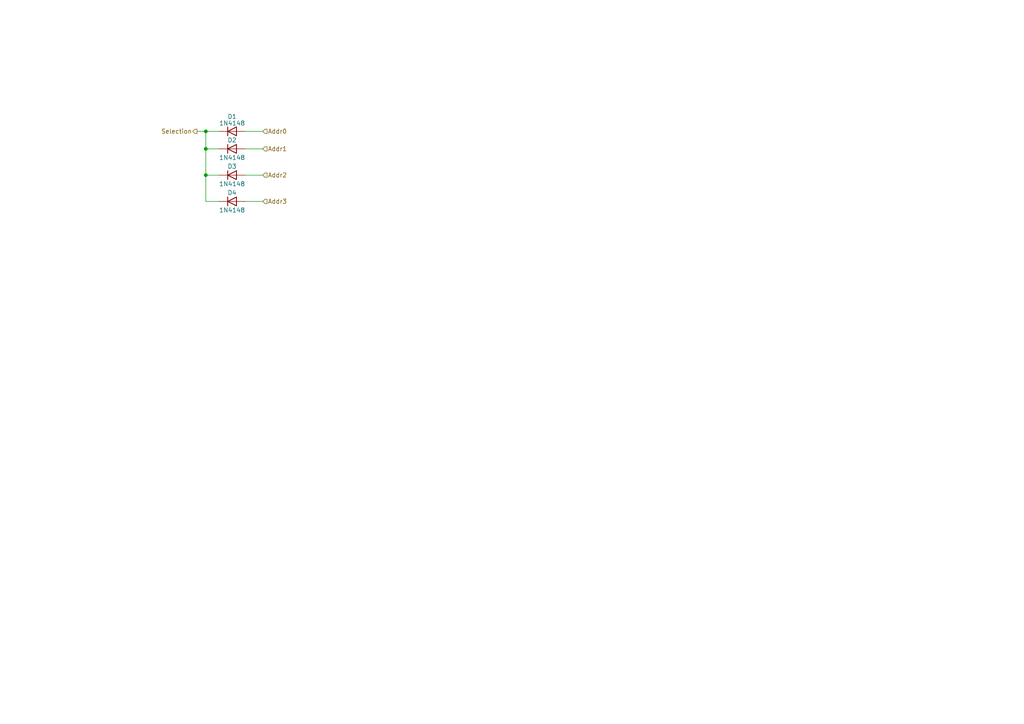
<source format=kicad_sch>
(kicad_sch (version 20230121) (generator eeschema)
  (paper "A4")
  (title_block (title "Diode Transistor Logic - 4 to 16 Address Decoder") (date "2023-03-08") (rev "1") (company "Out-of-Band Development") (comment 1 "Matthew Whited"))
  (lib_symbols
    (symbol "Diode:1N4148" (pin_numbers hide) (pin_names hide)
      (property "Reference" "D" (at 0 2.54 0))
      (property "Value" "1N4148" (at 0 -2.54 0))
      (symbol "1N4148_0_1"
        (polyline (pts (xy -1.27 1.27) (xy -1.27 -1.27)) (stroke (width 0.254)))
        (polyline (pts (xy 1.27 0) (xy -1.27 0)))
        (polyline (pts (xy 1.27 1.27) (xy 1.27 -1.27) (xy -1.27 0) (xy 1.27 1.27)) (stroke (width 0.254)))
      )
      (symbol "1N4148_1_1"
        (pin passive line (at -3.81 0 0) (length 2.54) (name "K") (number "1"))
        (pin passive line (at 3.81 0 180) (length 2.54) (name "A") (number "2"))
      )
    )
  )
  (junction (at 59.69 43.18))
  (junction (at 59.69 50.8))
  (junction (at 59.69 38.1))
  (wire (pts (xy 71.12 58.42) (xy 76.2 58.42)))
  (wire (pts (xy 59.69 38.1) (xy 63.5 38.1)))
  (wire (pts (xy 71.12 50.8) (xy 76.2 50.8)))
  (wire (pts (xy 59.69 50.8) (xy 59.69 58.42)))
  (wire (pts (xy 57.15 38.1) (xy 59.69 38.1)))
  (wire (pts (xy 59.69 43.18) (xy 59.69 50.8)))
  (wire (pts (xy 59.69 43.18) (xy 63.5 43.18)))
  (wire (pts (xy 71.12 38.1) (xy 76.2 38.1)))
  (wire (pts (xy 59.69 58.42) (xy 63.5 58.42)))
  (wire (pts (xy 59.69 50.8) (xy 63.5 50.8)))
  (wire (pts (xy 71.12 43.18) (xy 76.2 43.18)))
  (wire (pts (xy 59.69 38.1) (xy 59.69 43.18)))
  (hierarchical_label "Addr3" (shape input) (at 76.2 58.42 0))
  (hierarchical_label "Addr1" (shape input) (at 76.2 43.18 0))
  (hierarchical_label "Addr2" (shape input) (at 76.2 50.8 0))
  (hierarchical_label "Selection" (shape output) (at 57.15 38.1 180))
  (hierarchical_label "Addr0" (shape input) (at 76.2 38.1 0))
  (symbol (lib_id "Diode:1N4148") (at 67.31 38.1 0) (unit 1)
    (property "Reference" "D1" (at 67.31 33.8201 0))
    (property "Value" "1N4148" (at 67.31 35.7411 0))
    (property "Footprint" "Diode_THT:D_DO-35_SOD27_P7.62mm_Horizontal" (effects hide))
    (property "Datasheet" "https://assets.nexperia.com/documents/data-sheet/1N4148_1N4448.pdf" (effects hide))
    (property "Sim.Device" "D" (effects hide))
    (property "Sim.Pins" "1=K 2=A" (effects hide))
    (instances (project "Address Decoder - 4 to 16" (path "" (reference "D1") (unit 1)) (path "" (reference "D5") (unit 1)) (path "" (reference "D9") (unit 1)) (path "" (reference "D13") (unit 1)) (path "" (reference "D17") (unit 1)) (path "" (reference "D25") (unit 1)) (path "" (reference "D29") (unit 1)) (path "" (reference "D21") (unit 1)) (path "" (reference "D33") (unit 1)) (path "" (reference "D41") (unit 1)) (path "" (reference "D45") (unit 1)) (path "" (reference "D37") (unit 1)) (path "" (reference "D53") (unit 1)) (path "" (reference "D49") (unit 1)) (path "" (reference "D61") (unit 1)) (path "" (reference "D57") (unit 1))))
  )
  (symbol (lib_id "Diode:1N4148") (at 67.31 50.8 0) (unit 1)
    (property "Reference" "D3" (at 67.31 48.26 0))
    (property "Value" "1N4148" (at 67.31 53.34 0))
    (property "Footprint" "Diode_THT:D_DO-35_SOD27_P7.62mm_Horizontal" (effects hide))
    (property "Datasheet" "https://assets.nexperia.com/documents/data-sheet/1N4148_1N4448.pdf" (effects hide))
    (property "Sim.Device" "D" (effects hide))
    (property "Sim.Pins" "1=K 2=A" (effects hide))
    (instances (project "Address Decoder - 4 to 16" (path "" (reference "D3") (unit 1)) (path "" (reference "D7") (unit 1)) (path "" (reference "D11") (unit 1)) (path "" (reference "D15") (unit 1)) (path "" (reference "D19") (unit 1)) (path "" (reference "D27") (unit 1)) (path "" (reference "D31") (unit 1)) (path "" (reference "D23") (unit 1)) (path "" (reference "D35") (unit 1)) (path "" (reference "D43") (unit 1)) (path "" (reference "D47") (unit 1)) (path "" (reference "D39") (unit 1)) (path "" (reference "D55") (unit 1)) (path "" (reference "D51") (unit 1)) (path "" (reference "D63") (unit 1)) (path "" (reference "D59") (unit 1))))
  )
  (symbol (lib_id "Diode:1N4148") (at 67.31 43.18 0) (unit 1)
    (property "Reference" "D2" (at 67.31 40.64 0))
    (property "Value" "1N4148" (at 67.31 45.72 0))
    (property "Footprint" "Diode_THT:D_DO-35_SOD27_P7.62mm_Horizontal" (effects hide))
    (property "Datasheet" "https://assets.nexperia.com/documents/data-sheet/1N4148_1N4448.pdf" (effects hide))
    (property "Sim.Device" "D" (effects hide))
    (property "Sim.Pins" "1=K 2=A" (effects hide))
    (instances (project "Address Decoder - 4 to 16" (path "" (reference "D2") (unit 1)) (path "" (reference "D6") (unit 1)) (path "" (reference "D10") (unit 1)) (path "" (reference "D14") (unit 1)) (path "" (reference "D18") (unit 1)) (path "" (reference "D26") (unit 1)) (path "" (reference "D30") (unit 1)) (path "" (reference "D22") (unit 1)) (path "" (reference "D34") (unit 1)) (path "" (reference "D42") (unit 1)) (path "" (reference "D46") (unit 1)) (path "" (reference "D38") (unit 1)) (path "" (reference "D54") (unit 1)) (path "" (reference "D50") (unit 1)) (path "" (reference "D62") (unit 1)) (path "" (reference "D58") (unit 1))))
  )
  (symbol (lib_id "Diode:1N4148") (at 67.31 58.42 0) (unit 1)
    (property "Reference" "D4" (at 67.31 55.88 0))
    (property "Value" "1N4148" (at 67.31 60.96 0))
    (property "Footprint" "Diode_THT:D_DO-35_SOD27_P7.62mm_Horizontal" (effects hide))
    (property "Datasheet" "https://assets.nexperia.com/documents/data-sheet/1N4148_1N4448.pdf" (effects hide))
    (property "Sim.Device" "D" (effects hide))
    (property "Sim.Pins" "1=K 2=A" (effects hide))
    (instances (project "Address Decoder - 4 to 16" (path "" (reference "D4") (unit 1)) (path "" (reference "D8") (unit 1)) (path "" (reference "D12") (unit 1)) (path "" (reference "D16") (unit 1)) (path "" (reference "D20") (unit 1)) (path "" (reference "D28") (unit 1)) (path "" (reference "D32") (unit 1)) (path "" (reference "D24") (unit 1)) (path "" (reference "D36") (unit 1)) (path "" (reference "D44") (unit 1)) (path "" (reference "D48") (unit 1)) (path "" (reference "D40") (unit 1)) (path "" (reference "D56") (unit 1)) (path "" (reference "D52") (unit 1)) (path "" (reference "D64") (unit 1)) (path "" (reference "D60") (unit 1))))
  )
)
</source>
